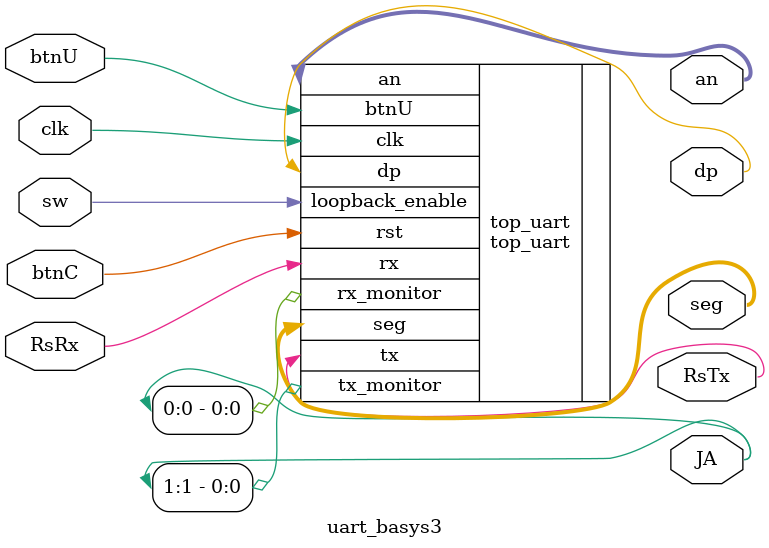
<source format=sv>
`timescale 1 ns / 1 ps

module uart_basys3 (
    input  logic clk,
    input logic btnC,
    input logic btnU,
    input logic sw,
    input logic RsRx,

    output logic RsTx,
    output logic [1:0]JA,
    output logic [3:0]an,
    output logic [6:0]seg,
    output logic dp
);

    top_uart top_uart (
        .clk,
        .rst(btnC),
        .loopback_enable(sw),
        .btnU,
        .rx(RsRx),
        .tx(RsTx),
        .rx_monitor(JA[0]),
        .tx_monitor(JA[1]),
        .an,
        .seg,
        .dp
    );

endmodule

</source>
